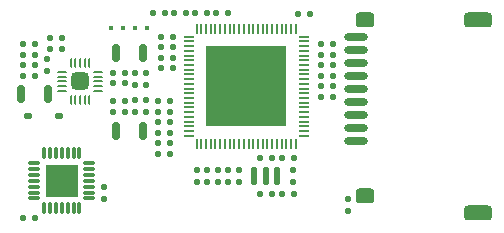
<source format=gbp>
G04*
G04 #@! TF.GenerationSoftware,Altium Limited,Altium Designer,22.2.1 (43)*
G04*
G04 Layer_Color=128*
%FSLAX25Y25*%
%MOIN*%
G70*
G04*
G04 #@! TF.SameCoordinates,5BB0EFD5-3206-4E1C-A6FC-55E40B3CF44B*
G04*
G04*
G04 #@! TF.FilePolarity,Positive*
G04*
G01*
G75*
G04:AMPARAMS|DCode=18|XSize=20mil|YSize=20mil|CornerRadius=5mil|HoleSize=0mil|Usage=FLASHONLY|Rotation=0.000|XOffset=0mil|YOffset=0mil|HoleType=Round|Shape=RoundedRectangle|*
%AMROUNDEDRECTD18*
21,1,0.02000,0.01000,0,0,0.0*
21,1,0.01000,0.02000,0,0,0.0*
1,1,0.01000,0.00500,-0.00500*
1,1,0.01000,-0.00500,-0.00500*
1,1,0.01000,-0.00500,0.00500*
1,1,0.01000,0.00500,0.00500*
%
%ADD18ROUNDEDRECTD18*%
G04:AMPARAMS|DCode=19|XSize=20mil|YSize=20mil|CornerRadius=5mil|HoleSize=0mil|Usage=FLASHONLY|Rotation=90.000|XOffset=0mil|YOffset=0mil|HoleType=Round|Shape=RoundedRectangle|*
%AMROUNDEDRECTD19*
21,1,0.02000,0.01000,0,0,90.0*
21,1,0.01000,0.02000,0,0,90.0*
1,1,0.01000,0.00500,0.00500*
1,1,0.01000,0.00500,-0.00500*
1,1,0.01000,-0.00500,-0.00500*
1,1,0.01000,-0.00500,0.00500*
%
%ADD19ROUNDEDRECTD19*%
G04:AMPARAMS|DCode=58|XSize=16mil|YSize=16mil|CornerRadius=8mil|HoleSize=0mil|Usage=FLASHONLY|Rotation=90.000|XOffset=0mil|YOffset=0mil|HoleType=Round|Shape=RoundedRectangle|*
%AMROUNDEDRECTD58*
21,1,0.01600,0.00000,0,0,90.0*
21,1,0.00000,0.01600,0,0,90.0*
1,1,0.01600,0.00000,0.00000*
1,1,0.01600,0.00000,0.00000*
1,1,0.01600,0.00000,0.00000*
1,1,0.01600,0.00000,0.00000*
%
%ADD58ROUNDEDRECTD58*%
G04:AMPARAMS|DCode=59|XSize=59.06mil|YSize=59.06mil|CornerRadius=14.76mil|HoleSize=0mil|Usage=FLASHONLY|Rotation=180.000|XOffset=0mil|YOffset=0mil|HoleType=Round|Shape=RoundedRectangle|*
%AMROUNDEDRECTD59*
21,1,0.05906,0.02953,0,0,180.0*
21,1,0.02953,0.05906,0,0,180.0*
1,1,0.02953,-0.01476,0.01476*
1,1,0.02953,0.01476,0.01476*
1,1,0.02953,0.01476,-0.01476*
1,1,0.02953,-0.01476,-0.01476*
%
%ADD59ROUNDEDRECTD59*%
G04:AMPARAMS|DCode=60|XSize=9.45mil|YSize=31.5mil|CornerRadius=2.36mil|HoleSize=0mil|Usage=FLASHONLY|Rotation=180.000|XOffset=0mil|YOffset=0mil|HoleType=Round|Shape=RoundedRectangle|*
%AMROUNDEDRECTD60*
21,1,0.00945,0.02677,0,0,180.0*
21,1,0.00472,0.03150,0,0,180.0*
1,1,0.00472,-0.00236,0.01339*
1,1,0.00472,0.00236,0.01339*
1,1,0.00472,0.00236,-0.01339*
1,1,0.00472,-0.00236,-0.01339*
%
%ADD60ROUNDEDRECTD60*%
G04:AMPARAMS|DCode=61|XSize=9.45mil|YSize=31.5mil|CornerRadius=2.36mil|HoleSize=0mil|Usage=FLASHONLY|Rotation=90.000|XOffset=0mil|YOffset=0mil|HoleType=Round|Shape=RoundedRectangle|*
%AMROUNDEDRECTD61*
21,1,0.00945,0.02677,0,0,90.0*
21,1,0.00472,0.03150,0,0,90.0*
1,1,0.00472,0.01339,0.00236*
1,1,0.00472,0.01339,-0.00236*
1,1,0.00472,-0.01339,-0.00236*
1,1,0.00472,-0.01339,0.00236*
%
%ADD61ROUNDEDRECTD61*%
G04:AMPARAMS|DCode=62|XSize=27.56mil|YSize=59.06mil|CornerRadius=6.89mil|HoleSize=0mil|Usage=FLASHONLY|Rotation=180.000|XOffset=0mil|YOffset=0mil|HoleType=Round|Shape=RoundedRectangle|*
%AMROUNDEDRECTD62*
21,1,0.02756,0.04528,0,0,180.0*
21,1,0.01378,0.05906,0,0,180.0*
1,1,0.01378,-0.00689,0.02264*
1,1,0.01378,0.00689,0.02264*
1,1,0.01378,0.00689,-0.02264*
1,1,0.01378,-0.00689,-0.02264*
%
%ADD62ROUNDEDRECTD62*%
G04:AMPARAMS|DCode=63|XSize=19.68mil|YSize=23.62mil|CornerRadius=4.92mil|HoleSize=0mil|Usage=FLASHONLY|Rotation=270.000|XOffset=0mil|YOffset=0mil|HoleType=Round|Shape=RoundedRectangle|*
%AMROUNDEDRECTD63*
21,1,0.01968,0.01378,0,0,270.0*
21,1,0.00984,0.02362,0,0,270.0*
1,1,0.00984,-0.00689,-0.00492*
1,1,0.00984,-0.00689,0.00492*
1,1,0.00984,0.00689,0.00492*
1,1,0.00984,0.00689,-0.00492*
%
%ADD63ROUNDEDRECTD63*%
G04:AMPARAMS|DCode=64|XSize=21.65mil|YSize=57.09mil|CornerRadius=5.41mil|HoleSize=0mil|Usage=FLASHONLY|Rotation=0.000|XOffset=0mil|YOffset=0mil|HoleType=Round|Shape=RoundedRectangle|*
%AMROUNDEDRECTD64*
21,1,0.02165,0.04626,0,0,0.0*
21,1,0.01083,0.05709,0,0,0.0*
1,1,0.01083,0.00541,-0.02313*
1,1,0.01083,-0.00541,-0.02313*
1,1,0.01083,-0.00541,0.02313*
1,1,0.01083,0.00541,0.02313*
%
%ADD64ROUNDEDRECTD64*%
G04:AMPARAMS|DCode=65|XSize=21.65mil|YSize=57.09mil|CornerRadius=5.41mil|HoleSize=0mil|Usage=FLASHONLY|Rotation=0.000|XOffset=0mil|YOffset=0mil|HoleType=Round|Shape=RoundedRectangle|*
%AMROUNDEDRECTD65*
21,1,0.02165,0.04626,0,0,0.0*
21,1,0.01083,0.05709,0,0,0.0*
1,1,0.01083,0.00541,-0.02313*
1,1,0.01083,-0.00541,-0.02313*
1,1,0.01083,-0.00541,0.02313*
1,1,0.01083,0.00541,0.02313*
%
%ADD65ROUNDEDRECTD65*%
G04:AMPARAMS|DCode=66|XSize=12mil|YSize=38mil|CornerRadius=3mil|HoleSize=0mil|Usage=FLASHONLY|Rotation=180.000|XOffset=0mil|YOffset=0mil|HoleType=Round|Shape=RoundedRectangle|*
%AMROUNDEDRECTD66*
21,1,0.01200,0.03200,0,0,180.0*
21,1,0.00600,0.03800,0,0,180.0*
1,1,0.00600,-0.00300,0.01600*
1,1,0.00600,0.00300,0.01600*
1,1,0.00600,0.00300,-0.01600*
1,1,0.00600,-0.00300,-0.01600*
%
%ADD66ROUNDEDRECTD66*%
G04:AMPARAMS|DCode=67|XSize=12mil|YSize=38mil|CornerRadius=3mil|HoleSize=0mil|Usage=FLASHONLY|Rotation=270.000|XOffset=0mil|YOffset=0mil|HoleType=Round|Shape=RoundedRectangle|*
%AMROUNDEDRECTD67*
21,1,0.01200,0.03200,0,0,270.0*
21,1,0.00600,0.03800,0,0,270.0*
1,1,0.00600,-0.01600,-0.00300*
1,1,0.00600,-0.01600,0.00300*
1,1,0.00600,0.01600,0.00300*
1,1,0.00600,0.01600,-0.00300*
%
%ADD67ROUNDEDRECTD67*%
%ADD68R,0.11024X0.10630*%
%ADD69O,0.07874X0.02756*%
G04:AMPARAMS|DCode=70|XSize=50mil|YSize=62.99mil|CornerRadius=12.5mil|HoleSize=0mil|Usage=FLASHONLY|Rotation=270.000|XOffset=0mil|YOffset=0mil|HoleType=Round|Shape=RoundedRectangle|*
%AMROUNDEDRECTD70*
21,1,0.05000,0.03799,0,0,270.0*
21,1,0.02500,0.06299,0,0,270.0*
1,1,0.02500,-0.01900,-0.01250*
1,1,0.02500,-0.01900,0.01250*
1,1,0.02500,0.01900,0.01250*
1,1,0.02500,0.01900,-0.01250*
%
%ADD70ROUNDEDRECTD70*%
G04:AMPARAMS|DCode=71|XSize=50mil|YSize=94.49mil|CornerRadius=12.5mil|HoleSize=0mil|Usage=FLASHONLY|Rotation=270.000|XOffset=0mil|YOffset=0mil|HoleType=Round|Shape=RoundedRectangle|*
%AMROUNDEDRECTD71*
21,1,0.05000,0.06949,0,0,270.0*
21,1,0.02500,0.09449,0,0,270.0*
1,1,0.02500,-0.03474,-0.01250*
1,1,0.02500,-0.03474,0.01250*
1,1,0.02500,0.03474,0.01250*
1,1,0.02500,0.03474,-0.01250*
%
%ADD71ROUNDEDRECTD71*%
%ADD72R,0.26535X0.26535*%
%ADD73O,0.03740X0.00787*%
%ADD74O,0.00787X0.03740*%
D18*
X24500Y-23500D02*
D03*
Y-27500D02*
D03*
X106000Y-31500D02*
D03*
Y-27500D02*
D03*
X5500Y15000D02*
D03*
Y19000D02*
D03*
X87500Y-22000D02*
D03*
Y-18000D02*
D03*
X59000Y-22000D02*
D03*
Y-18000D02*
D03*
X35000Y14500D02*
D03*
Y10500D02*
D03*
X38500Y14500D02*
D03*
Y10500D02*
D03*
X55500Y-22000D02*
D03*
Y-18000D02*
D03*
X69500Y-22000D02*
D03*
Y-18000D02*
D03*
X62500Y-22000D02*
D03*
Y-18000D02*
D03*
X35000Y1500D02*
D03*
Y5500D02*
D03*
X38500Y1500D02*
D03*
Y5500D02*
D03*
X66000Y-22000D02*
D03*
Y-18000D02*
D03*
D19*
X45000Y34500D02*
D03*
X41000D02*
D03*
X48000D02*
D03*
X52000D02*
D03*
X93100Y34200D02*
D03*
X89100D02*
D03*
X42500Y5000D02*
D03*
X46500D02*
D03*
X84000Y-26000D02*
D03*
X88000D02*
D03*
X-2500Y-34000D02*
D03*
X1500D02*
D03*
X6500Y26000D02*
D03*
X10500D02*
D03*
X6500Y22500D02*
D03*
X10500D02*
D03*
X80500Y-26000D02*
D03*
X76500D02*
D03*
X31500Y14500D02*
D03*
X27500D02*
D03*
X-2500Y24000D02*
D03*
X1500D02*
D03*
X-2500Y20500D02*
D03*
X1500D02*
D03*
Y17000D02*
D03*
X-2500D02*
D03*
Y13500D02*
D03*
X1500D02*
D03*
X42500Y1500D02*
D03*
X46500D02*
D03*
X42500Y-2000D02*
D03*
X46500D02*
D03*
X76500Y-14000D02*
D03*
X80500D02*
D03*
X101000Y10000D02*
D03*
X97000D02*
D03*
X43500Y19500D02*
D03*
X47500D02*
D03*
X97000Y13500D02*
D03*
X101000D02*
D03*
X88000Y-14000D02*
D03*
X84000D02*
D03*
X97000Y6500D02*
D03*
X101000D02*
D03*
Y20500D02*
D03*
X97000D02*
D03*
X101000Y17000D02*
D03*
X97000D02*
D03*
Y24000D02*
D03*
X101000D02*
D03*
X42500Y-9000D02*
D03*
X46500D02*
D03*
X47500Y16000D02*
D03*
X43500D02*
D03*
X46500Y-5500D02*
D03*
X42500D02*
D03*
X59000Y34500D02*
D03*
X55000D02*
D03*
X47500Y23000D02*
D03*
X43500D02*
D03*
X62000Y34500D02*
D03*
X66000D02*
D03*
X47500Y26500D02*
D03*
X43500D02*
D03*
X42500Y-12500D02*
D03*
X46500D02*
D03*
X31500Y5000D02*
D03*
X27500D02*
D03*
Y1500D02*
D03*
X31500D02*
D03*
Y11000D02*
D03*
X27500D02*
D03*
D58*
X27000Y29500D02*
D03*
X31000D02*
D03*
X35000D02*
D03*
X39000D02*
D03*
D59*
X16602Y11650D02*
D03*
D60*
X19752Y17752D02*
D03*
X18177D02*
D03*
X16602D02*
D03*
X15028D02*
D03*
X13453D02*
D03*
Y5547D02*
D03*
X15028D02*
D03*
X16602D02*
D03*
X18177D02*
D03*
X19752D02*
D03*
D61*
X10500Y14799D02*
D03*
Y13224D02*
D03*
Y11650D02*
D03*
Y10075D02*
D03*
Y8500D02*
D03*
X22705D02*
D03*
Y10075D02*
D03*
Y11650D02*
D03*
Y13224D02*
D03*
Y14799D02*
D03*
D62*
X6028Y7500D02*
D03*
X-3028D02*
D03*
X28472Y-5000D02*
D03*
X37528D02*
D03*
X28472Y21000D02*
D03*
X37528D02*
D03*
D63*
X-734Y0D02*
D03*
X9734D02*
D03*
D64*
X82240Y-20000D02*
D03*
X78500D02*
D03*
D65*
X74760Y-20000D02*
D03*
D66*
X16406Y-30650D02*
D03*
X14437D02*
D03*
X12468D02*
D03*
X10500D02*
D03*
X8531D02*
D03*
X6563D02*
D03*
X4594D02*
D03*
Y-12350D02*
D03*
X6563D02*
D03*
X8531D02*
D03*
X10500D02*
D03*
X12468D02*
D03*
X14437D02*
D03*
X16406D02*
D03*
D67*
X1350Y-27406D02*
D03*
Y-25437D02*
D03*
Y-23469D02*
D03*
Y-21500D02*
D03*
Y-19532D02*
D03*
Y-17563D02*
D03*
Y-15595D02*
D03*
X19650D02*
D03*
Y-17563D02*
D03*
Y-19532D02*
D03*
Y-21500D02*
D03*
Y-23469D02*
D03*
Y-25437D02*
D03*
Y-27406D02*
D03*
D68*
X10500Y-21500D02*
D03*
D69*
X108500Y-8331D02*
D03*
Y-4000D02*
D03*
Y331D02*
D03*
Y4661D02*
D03*
Y8992D02*
D03*
Y13323D02*
D03*
Y17653D02*
D03*
Y21984D02*
D03*
Y26315D02*
D03*
D70*
X111469Y-26638D02*
D03*
Y32039D02*
D03*
D71*
X149264Y-32181D02*
D03*
Y32039D02*
D03*
D72*
X72000Y10000D02*
D03*
D73*
X52807Y26535D02*
D03*
Y24961D02*
D03*
Y23386D02*
D03*
Y21811D02*
D03*
Y20236D02*
D03*
Y18661D02*
D03*
Y17087D02*
D03*
Y15512D02*
D03*
Y13937D02*
D03*
Y12362D02*
D03*
Y10787D02*
D03*
Y9213D02*
D03*
Y7638D02*
D03*
Y6063D02*
D03*
Y4488D02*
D03*
Y2913D02*
D03*
Y1339D02*
D03*
Y-236D02*
D03*
Y-1811D02*
D03*
Y-3386D02*
D03*
Y-4961D02*
D03*
Y-6535D02*
D03*
X91193D02*
D03*
Y-4961D02*
D03*
Y-3386D02*
D03*
X91193Y-1811D02*
D03*
Y-236D02*
D03*
X91193Y1339D02*
D03*
Y2913D02*
D03*
Y4488D02*
D03*
Y6063D02*
D03*
Y7638D02*
D03*
Y9213D02*
D03*
Y10787D02*
D03*
Y12362D02*
D03*
X91193Y13937D02*
D03*
X91193Y15512D02*
D03*
X91193Y17087D02*
D03*
X91193Y18661D02*
D03*
X91193Y20236D02*
D03*
X91193Y21811D02*
D03*
Y23386D02*
D03*
Y24961D02*
D03*
Y26535D02*
D03*
D74*
X55465Y-9193D02*
D03*
X57039D02*
D03*
X58614D02*
D03*
X60189D02*
D03*
X61764Y-9193D02*
D03*
X63339Y-9193D02*
D03*
X64913Y-9193D02*
D03*
X66488Y-9193D02*
D03*
X68063Y-9193D02*
D03*
X69638Y-9193D02*
D03*
X71213D02*
D03*
X72787D02*
D03*
X74362D02*
D03*
X75937D02*
D03*
X77512D02*
D03*
X79087D02*
D03*
X80661D02*
D03*
X82236Y-9193D02*
D03*
X83811D02*
D03*
X85386Y-9193D02*
D03*
X86961D02*
D03*
X88535D02*
D03*
Y29193D02*
D03*
X86961D02*
D03*
X85386D02*
D03*
X83811D02*
D03*
X82236D02*
D03*
X80661D02*
D03*
X79087D02*
D03*
X77512D02*
D03*
X75937D02*
D03*
X74362D02*
D03*
X72787D02*
D03*
X71213D02*
D03*
X69638D02*
D03*
X68063D02*
D03*
X66488D02*
D03*
X64913D02*
D03*
X63339D02*
D03*
X61764D02*
D03*
X60189D02*
D03*
X58614D02*
D03*
X57039D02*
D03*
X55465D02*
D03*
M02*

</source>
